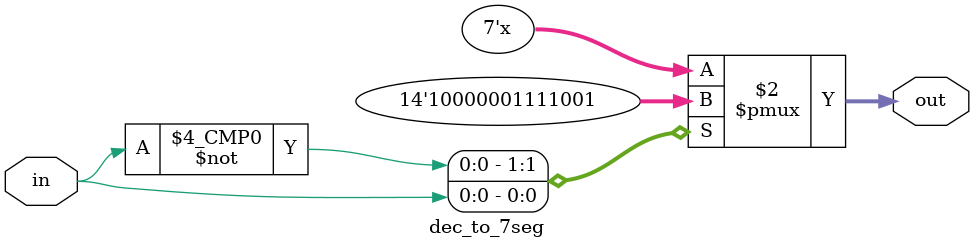
<source format=v>
module dec_to_7seg (out, in);

output [6:0] out;
input in;

reg [6:0] out;

always @(*)
	case (in)
		0: out = 7'b1000000;
		1: out = 7'b1111001;
		2: out = 7'b0100100;
		3: out = 7'b0110000;
		4: out = 7'b0011001;
		5: out = 7'b0010010;
		6: out = 7'b0000010;
		7: out = 7'b1111000;
		8: out = 7'b0000000;
		9: out = 7'b0011000;
	endcase
endmodule
</source>
